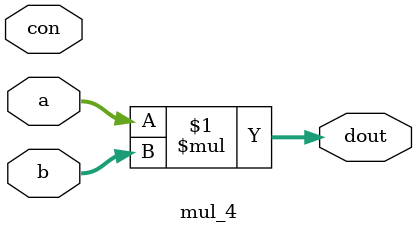
<source format=v>

module mul_4 (
	a, b, dout, con
);
	input [3:0] a, b; // unsigned
	output [7:0] dout; // unsigned
	input con;

	// -> Èµ 4 x 4 = 8 rbgæZ
	assign dout = a * b;

endmodule

</source>
